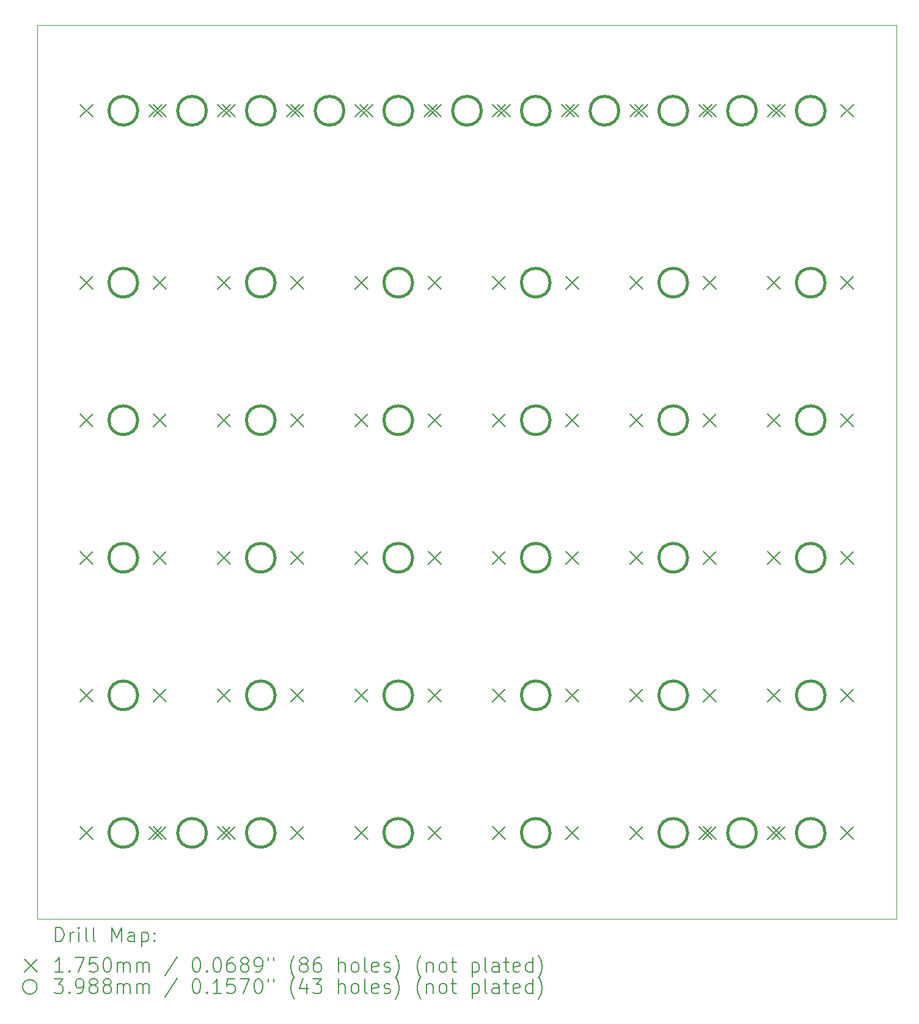
<source format=gbr>
%TF.GenerationSoftware,KiCad,Pcbnew,(6.0.9)*%
%TF.CreationDate,2022-12-06T20:11:09+01:00*%
%TF.ProjectId,tekskey-rounded-half,74656b73-6b65-4792-9d72-6f756e646564,rev?*%
%TF.SameCoordinates,Original*%
%TF.FileFunction,Drillmap*%
%TF.FilePolarity,Positive*%
%FSLAX45Y45*%
G04 Gerber Fmt 4.5, Leading zero omitted, Abs format (unit mm)*
G04 Created by KiCad (PCBNEW (6.0.9)) date 2022-12-06 20:11:09*
%MOMM*%
%LPD*%
G01*
G04 APERTURE LIST*
%ADD10C,0.100000*%
%ADD11C,0.200000*%
%ADD12C,0.175000*%
%ADD13C,0.398780*%
G04 APERTURE END LIST*
D10*
X4336320Y-3897806D02*
X16242570Y-3897806D01*
X16242570Y-3897806D02*
X16242570Y-16280306D01*
X16242570Y-16280306D02*
X4336320Y-16280306D01*
X4336320Y-16280306D02*
X4336320Y-3897806D01*
D11*
D12*
X4930970Y-4998840D02*
X5105970Y-5173840D01*
X5105970Y-4998840D02*
X4930970Y-5173840D01*
X4930970Y-7380090D02*
X5105970Y-7555090D01*
X5105970Y-7380090D02*
X4930970Y-7555090D01*
X4930970Y-9285090D02*
X5105970Y-9460090D01*
X5105970Y-9285090D02*
X4930970Y-9460090D01*
X4930970Y-11190090D02*
X5105970Y-11365090D01*
X5105970Y-11190090D02*
X4930970Y-11365090D01*
X4930970Y-13095090D02*
X5105970Y-13270090D01*
X5105970Y-13095090D02*
X4930970Y-13270090D01*
X4930970Y-15000090D02*
X5105970Y-15175090D01*
X5105970Y-15000090D02*
X4930970Y-15175090D01*
X5883470Y-4998840D02*
X6058470Y-5173840D01*
X6058470Y-4998840D02*
X5883470Y-5173840D01*
X5883470Y-15000090D02*
X6058470Y-15175090D01*
X6058470Y-15000090D02*
X5883470Y-15175090D01*
X5946970Y-4998840D02*
X6121970Y-5173840D01*
X6121970Y-4998840D02*
X5946970Y-5173840D01*
X5946970Y-7380090D02*
X6121970Y-7555090D01*
X6121970Y-7380090D02*
X5946970Y-7555090D01*
X5946970Y-9285090D02*
X6121970Y-9460090D01*
X6121970Y-9285090D02*
X5946970Y-9460090D01*
X5946970Y-11190090D02*
X6121970Y-11365090D01*
X6121970Y-11190090D02*
X5946970Y-11365090D01*
X5946970Y-13095090D02*
X6121970Y-13270090D01*
X6121970Y-13095090D02*
X5946970Y-13270090D01*
X5946970Y-15000090D02*
X6121970Y-15175090D01*
X6121970Y-15000090D02*
X5946970Y-15175090D01*
X6835970Y-4998840D02*
X7010970Y-5173840D01*
X7010970Y-4998840D02*
X6835970Y-5173840D01*
X6835970Y-7380090D02*
X7010970Y-7555090D01*
X7010970Y-7380090D02*
X6835970Y-7555090D01*
X6835970Y-9285090D02*
X7010970Y-9460090D01*
X7010970Y-9285090D02*
X6835970Y-9460090D01*
X6835970Y-11190090D02*
X7010970Y-11365090D01*
X7010970Y-11190090D02*
X6835970Y-11365090D01*
X6835970Y-13095090D02*
X7010970Y-13270090D01*
X7010970Y-13095090D02*
X6835970Y-13270090D01*
X6835970Y-15000090D02*
X7010970Y-15175090D01*
X7010970Y-15000090D02*
X6835970Y-15175090D01*
X6899470Y-4998840D02*
X7074470Y-5173840D01*
X7074470Y-4998840D02*
X6899470Y-5173840D01*
X6899470Y-15000090D02*
X7074470Y-15175090D01*
X7074470Y-15000090D02*
X6899470Y-15175090D01*
X7788470Y-4998840D02*
X7963470Y-5173840D01*
X7963470Y-4998840D02*
X7788470Y-5173840D01*
X7851970Y-4998840D02*
X8026970Y-5173840D01*
X8026970Y-4998840D02*
X7851970Y-5173840D01*
X7851970Y-7380090D02*
X8026970Y-7555090D01*
X8026970Y-7380090D02*
X7851970Y-7555090D01*
X7851970Y-9285090D02*
X8026970Y-9460090D01*
X8026970Y-9285090D02*
X7851970Y-9460090D01*
X7851970Y-11190090D02*
X8026970Y-11365090D01*
X8026970Y-11190090D02*
X7851970Y-11365090D01*
X7851970Y-13095090D02*
X8026970Y-13270090D01*
X8026970Y-13095090D02*
X7851970Y-13270090D01*
X7851970Y-15000090D02*
X8026970Y-15175090D01*
X8026970Y-15000090D02*
X7851970Y-15175090D01*
X8740970Y-4998840D02*
X8915970Y-5173840D01*
X8915970Y-4998840D02*
X8740970Y-5173840D01*
X8740970Y-7380090D02*
X8915970Y-7555090D01*
X8915970Y-7380090D02*
X8740970Y-7555090D01*
X8740970Y-9285090D02*
X8915970Y-9460090D01*
X8915970Y-9285090D02*
X8740970Y-9460090D01*
X8740970Y-11190090D02*
X8915970Y-11365090D01*
X8915970Y-11190090D02*
X8740970Y-11365090D01*
X8740970Y-13095090D02*
X8915970Y-13270090D01*
X8915970Y-13095090D02*
X8740970Y-13270090D01*
X8740970Y-15000090D02*
X8915970Y-15175090D01*
X8915970Y-15000090D02*
X8740970Y-15175090D01*
X8804470Y-4998840D02*
X8979470Y-5173840D01*
X8979470Y-4998840D02*
X8804470Y-5173840D01*
X9693470Y-4998840D02*
X9868470Y-5173840D01*
X9868470Y-4998840D02*
X9693470Y-5173840D01*
X9756970Y-4998840D02*
X9931970Y-5173840D01*
X9931970Y-4998840D02*
X9756970Y-5173840D01*
X9756970Y-7380090D02*
X9931970Y-7555090D01*
X9931970Y-7380090D02*
X9756970Y-7555090D01*
X9756970Y-9285090D02*
X9931970Y-9460090D01*
X9931970Y-9285090D02*
X9756970Y-9460090D01*
X9756970Y-11190090D02*
X9931970Y-11365090D01*
X9931970Y-11190090D02*
X9756970Y-11365090D01*
X9756970Y-13095090D02*
X9931970Y-13270090D01*
X9931970Y-13095090D02*
X9756970Y-13270090D01*
X9756970Y-15000090D02*
X9931970Y-15175090D01*
X9931970Y-15000090D02*
X9756970Y-15175090D01*
X10645970Y-4998840D02*
X10820970Y-5173840D01*
X10820970Y-4998840D02*
X10645970Y-5173840D01*
X10645970Y-7380090D02*
X10820970Y-7555090D01*
X10820970Y-7380090D02*
X10645970Y-7555090D01*
X10645970Y-9285090D02*
X10820970Y-9460090D01*
X10820970Y-9285090D02*
X10645970Y-9460090D01*
X10645970Y-11190090D02*
X10820970Y-11365090D01*
X10820970Y-11190090D02*
X10645970Y-11365090D01*
X10645970Y-13095090D02*
X10820970Y-13270090D01*
X10820970Y-13095090D02*
X10645970Y-13270090D01*
X10645970Y-15000090D02*
X10820970Y-15175090D01*
X10820970Y-15000090D02*
X10645970Y-15175090D01*
X10709470Y-4998840D02*
X10884470Y-5173840D01*
X10884470Y-4998840D02*
X10709470Y-5173840D01*
X11598470Y-4998840D02*
X11773470Y-5173840D01*
X11773470Y-4998840D02*
X11598470Y-5173840D01*
X11661970Y-4998840D02*
X11836970Y-5173840D01*
X11836970Y-4998840D02*
X11661970Y-5173840D01*
X11661970Y-7380090D02*
X11836970Y-7555090D01*
X11836970Y-7380090D02*
X11661970Y-7555090D01*
X11661970Y-9285090D02*
X11836970Y-9460090D01*
X11836970Y-9285090D02*
X11661970Y-9460090D01*
X11661970Y-11190090D02*
X11836970Y-11365090D01*
X11836970Y-11190090D02*
X11661970Y-11365090D01*
X11661970Y-13095090D02*
X11836970Y-13270090D01*
X11836970Y-13095090D02*
X11661970Y-13270090D01*
X11661970Y-15000090D02*
X11836970Y-15175090D01*
X11836970Y-15000090D02*
X11661970Y-15175090D01*
X12550970Y-4998840D02*
X12725970Y-5173840D01*
X12725970Y-4998840D02*
X12550970Y-5173840D01*
X12550970Y-7380090D02*
X12725970Y-7555090D01*
X12725970Y-7380090D02*
X12550970Y-7555090D01*
X12550970Y-9285090D02*
X12725970Y-9460090D01*
X12725970Y-9285090D02*
X12550970Y-9460090D01*
X12550970Y-11190090D02*
X12725970Y-11365090D01*
X12725970Y-11190090D02*
X12550970Y-11365090D01*
X12550970Y-13095090D02*
X12725970Y-13270090D01*
X12725970Y-13095090D02*
X12550970Y-13270090D01*
X12550970Y-15000090D02*
X12725970Y-15175090D01*
X12725970Y-15000090D02*
X12550970Y-15175090D01*
X12614470Y-4998840D02*
X12789470Y-5173840D01*
X12789470Y-4998840D02*
X12614470Y-5173840D01*
X13503470Y-4998840D02*
X13678470Y-5173840D01*
X13678470Y-4998840D02*
X13503470Y-5173840D01*
X13503470Y-15000090D02*
X13678470Y-15175090D01*
X13678470Y-15000090D02*
X13503470Y-15175090D01*
X13566970Y-4998840D02*
X13741970Y-5173840D01*
X13741970Y-4998840D02*
X13566970Y-5173840D01*
X13566970Y-7380090D02*
X13741970Y-7555090D01*
X13741970Y-7380090D02*
X13566970Y-7555090D01*
X13566970Y-9285090D02*
X13741970Y-9460090D01*
X13741970Y-9285090D02*
X13566970Y-9460090D01*
X13566970Y-11190090D02*
X13741970Y-11365090D01*
X13741970Y-11190090D02*
X13566970Y-11365090D01*
X13566970Y-13095090D02*
X13741970Y-13270090D01*
X13741970Y-13095090D02*
X13566970Y-13270090D01*
X13566970Y-15000090D02*
X13741970Y-15175090D01*
X13741970Y-15000090D02*
X13566970Y-15175090D01*
X14455970Y-4998840D02*
X14630970Y-5173840D01*
X14630970Y-4998840D02*
X14455970Y-5173840D01*
X14455970Y-7380090D02*
X14630970Y-7555090D01*
X14630970Y-7380090D02*
X14455970Y-7555090D01*
X14455970Y-9285090D02*
X14630970Y-9460090D01*
X14630970Y-9285090D02*
X14455970Y-9460090D01*
X14455970Y-11190090D02*
X14630970Y-11365090D01*
X14630970Y-11190090D02*
X14455970Y-11365090D01*
X14455970Y-13095090D02*
X14630970Y-13270090D01*
X14630970Y-13095090D02*
X14455970Y-13270090D01*
X14455970Y-15000090D02*
X14630970Y-15175090D01*
X14630970Y-15000090D02*
X14455970Y-15175090D01*
X14519470Y-4998840D02*
X14694470Y-5173840D01*
X14694470Y-4998840D02*
X14519470Y-5173840D01*
X14519470Y-15000090D02*
X14694470Y-15175090D01*
X14694470Y-15000090D02*
X14519470Y-15175090D01*
X15471970Y-4998840D02*
X15646970Y-5173840D01*
X15646970Y-4998840D02*
X15471970Y-5173840D01*
X15471970Y-7380090D02*
X15646970Y-7555090D01*
X15646970Y-7380090D02*
X15471970Y-7555090D01*
X15471970Y-9285090D02*
X15646970Y-9460090D01*
X15646970Y-9285090D02*
X15471970Y-9460090D01*
X15471970Y-11190090D02*
X15646970Y-11365090D01*
X15646970Y-11190090D02*
X15471970Y-11365090D01*
X15471970Y-13095090D02*
X15646970Y-13270090D01*
X15646970Y-13095090D02*
X15471970Y-13270090D01*
X15471970Y-15000090D02*
X15646970Y-15175090D01*
X15646970Y-15000090D02*
X15471970Y-15175090D01*
D13*
X5725860Y-5086340D02*
G75*
G03*
X5725860Y-5086340I-199390J0D01*
G01*
X5725860Y-7467590D02*
G75*
G03*
X5725860Y-7467590I-199390J0D01*
G01*
X5725860Y-9372590D02*
G75*
G03*
X5725860Y-9372590I-199390J0D01*
G01*
X5725860Y-11277590D02*
G75*
G03*
X5725860Y-11277590I-199390J0D01*
G01*
X5725860Y-13182590D02*
G75*
G03*
X5725860Y-13182590I-199390J0D01*
G01*
X5725860Y-15087590D02*
G75*
G03*
X5725860Y-15087590I-199390J0D01*
G01*
X6678360Y-5086340D02*
G75*
G03*
X6678360Y-5086340I-199390J0D01*
G01*
X6678360Y-15087590D02*
G75*
G03*
X6678360Y-15087590I-199390J0D01*
G01*
X7630860Y-5086340D02*
G75*
G03*
X7630860Y-5086340I-199390J0D01*
G01*
X7630860Y-7467590D02*
G75*
G03*
X7630860Y-7467590I-199390J0D01*
G01*
X7630860Y-9372590D02*
G75*
G03*
X7630860Y-9372590I-199390J0D01*
G01*
X7630860Y-11277590D02*
G75*
G03*
X7630860Y-11277590I-199390J0D01*
G01*
X7630860Y-13182590D02*
G75*
G03*
X7630860Y-13182590I-199390J0D01*
G01*
X7630860Y-15087590D02*
G75*
G03*
X7630860Y-15087590I-199390J0D01*
G01*
X8583360Y-5086340D02*
G75*
G03*
X8583360Y-5086340I-199390J0D01*
G01*
X9535860Y-5086340D02*
G75*
G03*
X9535860Y-5086340I-199390J0D01*
G01*
X9535860Y-7467590D02*
G75*
G03*
X9535860Y-7467590I-199390J0D01*
G01*
X9535860Y-9372590D02*
G75*
G03*
X9535860Y-9372590I-199390J0D01*
G01*
X9535860Y-11277590D02*
G75*
G03*
X9535860Y-11277590I-199390J0D01*
G01*
X9535860Y-13182590D02*
G75*
G03*
X9535860Y-13182590I-199390J0D01*
G01*
X9535860Y-15087590D02*
G75*
G03*
X9535860Y-15087590I-199390J0D01*
G01*
X10488360Y-5086340D02*
G75*
G03*
X10488360Y-5086340I-199390J0D01*
G01*
X11440860Y-5086340D02*
G75*
G03*
X11440860Y-5086340I-199390J0D01*
G01*
X11440860Y-7467590D02*
G75*
G03*
X11440860Y-7467590I-199390J0D01*
G01*
X11440860Y-9372590D02*
G75*
G03*
X11440860Y-9372590I-199390J0D01*
G01*
X11440860Y-11277590D02*
G75*
G03*
X11440860Y-11277590I-199390J0D01*
G01*
X11440860Y-13182590D02*
G75*
G03*
X11440860Y-13182590I-199390J0D01*
G01*
X11440860Y-15087590D02*
G75*
G03*
X11440860Y-15087590I-199390J0D01*
G01*
X12393360Y-5086340D02*
G75*
G03*
X12393360Y-5086340I-199390J0D01*
G01*
X13345860Y-5086340D02*
G75*
G03*
X13345860Y-5086340I-199390J0D01*
G01*
X13345860Y-7467590D02*
G75*
G03*
X13345860Y-7467590I-199390J0D01*
G01*
X13345860Y-9372590D02*
G75*
G03*
X13345860Y-9372590I-199390J0D01*
G01*
X13345860Y-11277590D02*
G75*
G03*
X13345860Y-11277590I-199390J0D01*
G01*
X13345860Y-13182590D02*
G75*
G03*
X13345860Y-13182590I-199390J0D01*
G01*
X13345860Y-15087590D02*
G75*
G03*
X13345860Y-15087590I-199390J0D01*
G01*
X14298360Y-5086340D02*
G75*
G03*
X14298360Y-5086340I-199390J0D01*
G01*
X14298360Y-15087590D02*
G75*
G03*
X14298360Y-15087590I-199390J0D01*
G01*
X15250860Y-5086340D02*
G75*
G03*
X15250860Y-5086340I-199390J0D01*
G01*
X15250860Y-7467590D02*
G75*
G03*
X15250860Y-7467590I-199390J0D01*
G01*
X15250860Y-9372590D02*
G75*
G03*
X15250860Y-9372590I-199390J0D01*
G01*
X15250860Y-11277590D02*
G75*
G03*
X15250860Y-11277590I-199390J0D01*
G01*
X15250860Y-13182590D02*
G75*
G03*
X15250860Y-13182590I-199390J0D01*
G01*
X15250860Y-15087590D02*
G75*
G03*
X15250860Y-15087590I-199390J0D01*
G01*
D11*
X4588939Y-16595782D02*
X4588939Y-16395782D01*
X4636558Y-16395782D01*
X4665130Y-16405306D01*
X4684177Y-16424354D01*
X4693701Y-16443401D01*
X4703225Y-16481496D01*
X4703225Y-16510068D01*
X4693701Y-16548163D01*
X4684177Y-16567211D01*
X4665130Y-16586258D01*
X4636558Y-16595782D01*
X4588939Y-16595782D01*
X4788939Y-16595782D02*
X4788939Y-16462449D01*
X4788939Y-16500544D02*
X4798463Y-16481496D01*
X4807987Y-16471973D01*
X4827034Y-16462449D01*
X4846082Y-16462449D01*
X4912749Y-16595782D02*
X4912749Y-16462449D01*
X4912749Y-16395782D02*
X4903225Y-16405306D01*
X4912749Y-16414830D01*
X4922273Y-16405306D01*
X4912749Y-16395782D01*
X4912749Y-16414830D01*
X5036558Y-16595782D02*
X5017511Y-16586258D01*
X5007987Y-16567211D01*
X5007987Y-16395782D01*
X5141320Y-16595782D02*
X5122273Y-16586258D01*
X5112749Y-16567211D01*
X5112749Y-16395782D01*
X5369892Y-16595782D02*
X5369892Y-16395782D01*
X5436558Y-16538639D01*
X5503225Y-16395782D01*
X5503225Y-16595782D01*
X5684177Y-16595782D02*
X5684177Y-16491020D01*
X5674653Y-16471973D01*
X5655606Y-16462449D01*
X5617511Y-16462449D01*
X5598463Y-16471973D01*
X5684177Y-16586258D02*
X5665130Y-16595782D01*
X5617511Y-16595782D01*
X5598463Y-16586258D01*
X5588939Y-16567211D01*
X5588939Y-16548163D01*
X5598463Y-16529115D01*
X5617511Y-16519592D01*
X5665130Y-16519592D01*
X5684177Y-16510068D01*
X5779415Y-16462449D02*
X5779415Y-16662449D01*
X5779415Y-16471973D02*
X5798463Y-16462449D01*
X5836558Y-16462449D01*
X5855606Y-16471973D01*
X5865130Y-16481496D01*
X5874653Y-16500544D01*
X5874653Y-16557687D01*
X5865130Y-16576734D01*
X5855606Y-16586258D01*
X5836558Y-16595782D01*
X5798463Y-16595782D01*
X5779415Y-16586258D01*
X5960368Y-16576734D02*
X5969892Y-16586258D01*
X5960368Y-16595782D01*
X5950844Y-16586258D01*
X5960368Y-16576734D01*
X5960368Y-16595782D01*
X5960368Y-16471973D02*
X5969892Y-16481496D01*
X5960368Y-16491020D01*
X5950844Y-16481496D01*
X5960368Y-16471973D01*
X5960368Y-16491020D01*
D12*
X4156320Y-16837806D02*
X4331320Y-17012806D01*
X4331320Y-16837806D02*
X4156320Y-17012806D01*
D11*
X4693701Y-17015782D02*
X4579415Y-17015782D01*
X4636558Y-17015782D02*
X4636558Y-16815782D01*
X4617511Y-16844354D01*
X4598463Y-16863401D01*
X4579415Y-16872925D01*
X4779415Y-16996735D02*
X4788939Y-17006258D01*
X4779415Y-17015782D01*
X4769892Y-17006258D01*
X4779415Y-16996735D01*
X4779415Y-17015782D01*
X4855606Y-16815782D02*
X4988939Y-16815782D01*
X4903225Y-17015782D01*
X5160368Y-16815782D02*
X5065130Y-16815782D01*
X5055606Y-16911020D01*
X5065130Y-16901496D01*
X5084177Y-16891973D01*
X5131796Y-16891973D01*
X5150844Y-16901496D01*
X5160368Y-16911020D01*
X5169892Y-16930068D01*
X5169892Y-16977687D01*
X5160368Y-16996735D01*
X5150844Y-17006258D01*
X5131796Y-17015782D01*
X5084177Y-17015782D01*
X5065130Y-17006258D01*
X5055606Y-16996735D01*
X5293701Y-16815782D02*
X5312749Y-16815782D01*
X5331796Y-16825306D01*
X5341320Y-16834830D01*
X5350844Y-16853877D01*
X5360368Y-16891973D01*
X5360368Y-16939592D01*
X5350844Y-16977687D01*
X5341320Y-16996735D01*
X5331796Y-17006258D01*
X5312749Y-17015782D01*
X5293701Y-17015782D01*
X5274654Y-17006258D01*
X5265130Y-16996735D01*
X5255606Y-16977687D01*
X5246082Y-16939592D01*
X5246082Y-16891973D01*
X5255606Y-16853877D01*
X5265130Y-16834830D01*
X5274654Y-16825306D01*
X5293701Y-16815782D01*
X5446082Y-17015782D02*
X5446082Y-16882449D01*
X5446082Y-16901496D02*
X5455606Y-16891973D01*
X5474654Y-16882449D01*
X5503225Y-16882449D01*
X5522273Y-16891973D01*
X5531796Y-16911020D01*
X5531796Y-17015782D01*
X5531796Y-16911020D02*
X5541320Y-16891973D01*
X5560368Y-16882449D01*
X5588939Y-16882449D01*
X5607987Y-16891973D01*
X5617511Y-16911020D01*
X5617511Y-17015782D01*
X5712749Y-17015782D02*
X5712749Y-16882449D01*
X5712749Y-16901496D02*
X5722272Y-16891973D01*
X5741320Y-16882449D01*
X5769892Y-16882449D01*
X5788939Y-16891973D01*
X5798463Y-16911020D01*
X5798463Y-17015782D01*
X5798463Y-16911020D02*
X5807987Y-16891973D01*
X5827034Y-16882449D01*
X5855606Y-16882449D01*
X5874653Y-16891973D01*
X5884177Y-16911020D01*
X5884177Y-17015782D01*
X6274653Y-16806258D02*
X6103225Y-17063401D01*
X6531796Y-16815782D02*
X6550844Y-16815782D01*
X6569892Y-16825306D01*
X6579415Y-16834830D01*
X6588939Y-16853877D01*
X6598463Y-16891973D01*
X6598463Y-16939592D01*
X6588939Y-16977687D01*
X6579415Y-16996735D01*
X6569892Y-17006258D01*
X6550844Y-17015782D01*
X6531796Y-17015782D01*
X6512749Y-17006258D01*
X6503225Y-16996735D01*
X6493701Y-16977687D01*
X6484177Y-16939592D01*
X6484177Y-16891973D01*
X6493701Y-16853877D01*
X6503225Y-16834830D01*
X6512749Y-16825306D01*
X6531796Y-16815782D01*
X6684177Y-16996735D02*
X6693701Y-17006258D01*
X6684177Y-17015782D01*
X6674653Y-17006258D01*
X6684177Y-16996735D01*
X6684177Y-17015782D01*
X6817511Y-16815782D02*
X6836558Y-16815782D01*
X6855606Y-16825306D01*
X6865130Y-16834830D01*
X6874653Y-16853877D01*
X6884177Y-16891973D01*
X6884177Y-16939592D01*
X6874653Y-16977687D01*
X6865130Y-16996735D01*
X6855606Y-17006258D01*
X6836558Y-17015782D01*
X6817511Y-17015782D01*
X6798463Y-17006258D01*
X6788939Y-16996735D01*
X6779415Y-16977687D01*
X6769892Y-16939592D01*
X6769892Y-16891973D01*
X6779415Y-16853877D01*
X6788939Y-16834830D01*
X6798463Y-16825306D01*
X6817511Y-16815782D01*
X7055606Y-16815782D02*
X7017511Y-16815782D01*
X6998463Y-16825306D01*
X6988939Y-16834830D01*
X6969892Y-16863401D01*
X6960368Y-16901496D01*
X6960368Y-16977687D01*
X6969892Y-16996735D01*
X6979415Y-17006258D01*
X6998463Y-17015782D01*
X7036558Y-17015782D01*
X7055606Y-17006258D01*
X7065130Y-16996735D01*
X7074653Y-16977687D01*
X7074653Y-16930068D01*
X7065130Y-16911020D01*
X7055606Y-16901496D01*
X7036558Y-16891973D01*
X6998463Y-16891973D01*
X6979415Y-16901496D01*
X6969892Y-16911020D01*
X6960368Y-16930068D01*
X7188939Y-16901496D02*
X7169892Y-16891973D01*
X7160368Y-16882449D01*
X7150844Y-16863401D01*
X7150844Y-16853877D01*
X7160368Y-16834830D01*
X7169892Y-16825306D01*
X7188939Y-16815782D01*
X7227034Y-16815782D01*
X7246082Y-16825306D01*
X7255606Y-16834830D01*
X7265130Y-16853877D01*
X7265130Y-16863401D01*
X7255606Y-16882449D01*
X7246082Y-16891973D01*
X7227034Y-16901496D01*
X7188939Y-16901496D01*
X7169892Y-16911020D01*
X7160368Y-16920544D01*
X7150844Y-16939592D01*
X7150844Y-16977687D01*
X7160368Y-16996735D01*
X7169892Y-17006258D01*
X7188939Y-17015782D01*
X7227034Y-17015782D01*
X7246082Y-17006258D01*
X7255606Y-16996735D01*
X7265130Y-16977687D01*
X7265130Y-16939592D01*
X7255606Y-16920544D01*
X7246082Y-16911020D01*
X7227034Y-16901496D01*
X7360368Y-17015782D02*
X7398463Y-17015782D01*
X7417511Y-17006258D01*
X7427034Y-16996735D01*
X7446082Y-16968163D01*
X7455606Y-16930068D01*
X7455606Y-16853877D01*
X7446082Y-16834830D01*
X7436558Y-16825306D01*
X7417511Y-16815782D01*
X7379415Y-16815782D01*
X7360368Y-16825306D01*
X7350844Y-16834830D01*
X7341320Y-16853877D01*
X7341320Y-16901496D01*
X7350844Y-16920544D01*
X7360368Y-16930068D01*
X7379415Y-16939592D01*
X7417511Y-16939592D01*
X7436558Y-16930068D01*
X7446082Y-16920544D01*
X7455606Y-16901496D01*
X7531796Y-16815782D02*
X7531796Y-16853877D01*
X7607987Y-16815782D02*
X7607987Y-16853877D01*
X7903225Y-17091973D02*
X7893701Y-17082449D01*
X7874653Y-17053877D01*
X7865130Y-17034830D01*
X7855606Y-17006258D01*
X7846082Y-16958639D01*
X7846082Y-16920544D01*
X7855606Y-16872925D01*
X7865130Y-16844354D01*
X7874653Y-16825306D01*
X7893701Y-16796735D01*
X7903225Y-16787211D01*
X8007987Y-16901496D02*
X7988939Y-16891973D01*
X7979415Y-16882449D01*
X7969892Y-16863401D01*
X7969892Y-16853877D01*
X7979415Y-16834830D01*
X7988939Y-16825306D01*
X8007987Y-16815782D01*
X8046082Y-16815782D01*
X8065130Y-16825306D01*
X8074653Y-16834830D01*
X8084177Y-16853877D01*
X8084177Y-16863401D01*
X8074653Y-16882449D01*
X8065130Y-16891973D01*
X8046082Y-16901496D01*
X8007987Y-16901496D01*
X7988939Y-16911020D01*
X7979415Y-16920544D01*
X7969892Y-16939592D01*
X7969892Y-16977687D01*
X7979415Y-16996735D01*
X7988939Y-17006258D01*
X8007987Y-17015782D01*
X8046082Y-17015782D01*
X8065130Y-17006258D01*
X8074653Y-16996735D01*
X8084177Y-16977687D01*
X8084177Y-16939592D01*
X8074653Y-16920544D01*
X8065130Y-16911020D01*
X8046082Y-16901496D01*
X8255606Y-16815782D02*
X8217511Y-16815782D01*
X8198463Y-16825306D01*
X8188939Y-16834830D01*
X8169892Y-16863401D01*
X8160368Y-16901496D01*
X8160368Y-16977687D01*
X8169892Y-16996735D01*
X8179415Y-17006258D01*
X8198463Y-17015782D01*
X8236558Y-17015782D01*
X8255606Y-17006258D01*
X8265130Y-16996735D01*
X8274653Y-16977687D01*
X8274653Y-16930068D01*
X8265130Y-16911020D01*
X8255606Y-16901496D01*
X8236558Y-16891973D01*
X8198463Y-16891973D01*
X8179415Y-16901496D01*
X8169892Y-16911020D01*
X8160368Y-16930068D01*
X8512749Y-17015782D02*
X8512749Y-16815782D01*
X8598463Y-17015782D02*
X8598463Y-16911020D01*
X8588939Y-16891973D01*
X8569892Y-16882449D01*
X8541320Y-16882449D01*
X8522273Y-16891973D01*
X8512749Y-16901496D01*
X8722273Y-17015782D02*
X8703225Y-17006258D01*
X8693701Y-16996735D01*
X8684177Y-16977687D01*
X8684177Y-16920544D01*
X8693701Y-16901496D01*
X8703225Y-16891973D01*
X8722273Y-16882449D01*
X8750844Y-16882449D01*
X8769892Y-16891973D01*
X8779415Y-16901496D01*
X8788939Y-16920544D01*
X8788939Y-16977687D01*
X8779415Y-16996735D01*
X8769892Y-17006258D01*
X8750844Y-17015782D01*
X8722273Y-17015782D01*
X8903225Y-17015782D02*
X8884177Y-17006258D01*
X8874654Y-16987211D01*
X8874654Y-16815782D01*
X9055606Y-17006258D02*
X9036558Y-17015782D01*
X8998463Y-17015782D01*
X8979415Y-17006258D01*
X8969892Y-16987211D01*
X8969892Y-16911020D01*
X8979415Y-16891973D01*
X8998463Y-16882449D01*
X9036558Y-16882449D01*
X9055606Y-16891973D01*
X9065130Y-16911020D01*
X9065130Y-16930068D01*
X8969892Y-16949116D01*
X9141320Y-17006258D02*
X9160368Y-17015782D01*
X9198463Y-17015782D01*
X9217511Y-17006258D01*
X9227034Y-16987211D01*
X9227034Y-16977687D01*
X9217511Y-16958639D01*
X9198463Y-16949116D01*
X9169892Y-16949116D01*
X9150844Y-16939592D01*
X9141320Y-16920544D01*
X9141320Y-16911020D01*
X9150844Y-16891973D01*
X9169892Y-16882449D01*
X9198463Y-16882449D01*
X9217511Y-16891973D01*
X9293701Y-17091973D02*
X9303225Y-17082449D01*
X9322273Y-17053877D01*
X9331796Y-17034830D01*
X9341320Y-17006258D01*
X9350844Y-16958639D01*
X9350844Y-16920544D01*
X9341320Y-16872925D01*
X9331796Y-16844354D01*
X9322273Y-16825306D01*
X9303225Y-16796735D01*
X9293701Y-16787211D01*
X9655606Y-17091973D02*
X9646082Y-17082449D01*
X9627034Y-17053877D01*
X9617511Y-17034830D01*
X9607987Y-17006258D01*
X9598463Y-16958639D01*
X9598463Y-16920544D01*
X9607987Y-16872925D01*
X9617511Y-16844354D01*
X9627034Y-16825306D01*
X9646082Y-16796735D01*
X9655606Y-16787211D01*
X9731796Y-16882449D02*
X9731796Y-17015782D01*
X9731796Y-16901496D02*
X9741320Y-16891973D01*
X9760368Y-16882449D01*
X9788939Y-16882449D01*
X9807987Y-16891973D01*
X9817511Y-16911020D01*
X9817511Y-17015782D01*
X9941320Y-17015782D02*
X9922273Y-17006258D01*
X9912749Y-16996735D01*
X9903225Y-16977687D01*
X9903225Y-16920544D01*
X9912749Y-16901496D01*
X9922273Y-16891973D01*
X9941320Y-16882449D01*
X9969892Y-16882449D01*
X9988939Y-16891973D01*
X9998463Y-16901496D01*
X10007987Y-16920544D01*
X10007987Y-16977687D01*
X9998463Y-16996735D01*
X9988939Y-17006258D01*
X9969892Y-17015782D01*
X9941320Y-17015782D01*
X10065130Y-16882449D02*
X10141320Y-16882449D01*
X10093701Y-16815782D02*
X10093701Y-16987211D01*
X10103225Y-17006258D01*
X10122273Y-17015782D01*
X10141320Y-17015782D01*
X10360368Y-16882449D02*
X10360368Y-17082449D01*
X10360368Y-16891973D02*
X10379415Y-16882449D01*
X10417511Y-16882449D01*
X10436558Y-16891973D01*
X10446082Y-16901496D01*
X10455606Y-16920544D01*
X10455606Y-16977687D01*
X10446082Y-16996735D01*
X10436558Y-17006258D01*
X10417511Y-17015782D01*
X10379415Y-17015782D01*
X10360368Y-17006258D01*
X10569892Y-17015782D02*
X10550844Y-17006258D01*
X10541320Y-16987211D01*
X10541320Y-16815782D01*
X10731796Y-17015782D02*
X10731796Y-16911020D01*
X10722273Y-16891973D01*
X10703225Y-16882449D01*
X10665130Y-16882449D01*
X10646082Y-16891973D01*
X10731796Y-17006258D02*
X10712749Y-17015782D01*
X10665130Y-17015782D01*
X10646082Y-17006258D01*
X10636558Y-16987211D01*
X10636558Y-16968163D01*
X10646082Y-16949116D01*
X10665130Y-16939592D01*
X10712749Y-16939592D01*
X10731796Y-16930068D01*
X10798463Y-16882449D02*
X10874654Y-16882449D01*
X10827034Y-16815782D02*
X10827034Y-16987211D01*
X10836558Y-17006258D01*
X10855606Y-17015782D01*
X10874654Y-17015782D01*
X11017511Y-17006258D02*
X10998463Y-17015782D01*
X10960368Y-17015782D01*
X10941320Y-17006258D01*
X10931796Y-16987211D01*
X10931796Y-16911020D01*
X10941320Y-16891973D01*
X10960368Y-16882449D01*
X10998463Y-16882449D01*
X11017511Y-16891973D01*
X11027034Y-16911020D01*
X11027034Y-16930068D01*
X10931796Y-16949116D01*
X11198463Y-17015782D02*
X11198463Y-16815782D01*
X11198463Y-17006258D02*
X11179415Y-17015782D01*
X11141320Y-17015782D01*
X11122273Y-17006258D01*
X11112749Y-16996735D01*
X11103225Y-16977687D01*
X11103225Y-16920544D01*
X11112749Y-16901496D01*
X11122273Y-16891973D01*
X11141320Y-16882449D01*
X11179415Y-16882449D01*
X11198463Y-16891973D01*
X11274653Y-17091973D02*
X11284177Y-17082449D01*
X11303225Y-17053877D01*
X11312749Y-17034830D01*
X11322272Y-17006258D01*
X11331796Y-16958639D01*
X11331796Y-16920544D01*
X11322272Y-16872925D01*
X11312749Y-16844354D01*
X11303225Y-16825306D01*
X11284177Y-16796735D01*
X11274653Y-16787211D01*
X4331320Y-17220306D02*
G75*
G03*
X4331320Y-17220306I-100000J0D01*
G01*
X4569892Y-17110782D02*
X4693701Y-17110782D01*
X4627034Y-17186973D01*
X4655606Y-17186973D01*
X4674654Y-17196496D01*
X4684177Y-17206020D01*
X4693701Y-17225068D01*
X4693701Y-17272687D01*
X4684177Y-17291735D01*
X4674654Y-17301258D01*
X4655606Y-17310782D01*
X4598463Y-17310782D01*
X4579415Y-17301258D01*
X4569892Y-17291735D01*
X4779415Y-17291735D02*
X4788939Y-17301258D01*
X4779415Y-17310782D01*
X4769892Y-17301258D01*
X4779415Y-17291735D01*
X4779415Y-17310782D01*
X4884177Y-17310782D02*
X4922273Y-17310782D01*
X4941320Y-17301258D01*
X4950844Y-17291735D01*
X4969892Y-17263163D01*
X4979415Y-17225068D01*
X4979415Y-17148877D01*
X4969892Y-17129830D01*
X4960368Y-17120306D01*
X4941320Y-17110782D01*
X4903225Y-17110782D01*
X4884177Y-17120306D01*
X4874654Y-17129830D01*
X4865130Y-17148877D01*
X4865130Y-17196496D01*
X4874654Y-17215544D01*
X4884177Y-17225068D01*
X4903225Y-17234592D01*
X4941320Y-17234592D01*
X4960368Y-17225068D01*
X4969892Y-17215544D01*
X4979415Y-17196496D01*
X5093701Y-17196496D02*
X5074654Y-17186973D01*
X5065130Y-17177449D01*
X5055606Y-17158401D01*
X5055606Y-17148877D01*
X5065130Y-17129830D01*
X5074654Y-17120306D01*
X5093701Y-17110782D01*
X5131796Y-17110782D01*
X5150844Y-17120306D01*
X5160368Y-17129830D01*
X5169892Y-17148877D01*
X5169892Y-17158401D01*
X5160368Y-17177449D01*
X5150844Y-17186973D01*
X5131796Y-17196496D01*
X5093701Y-17196496D01*
X5074654Y-17206020D01*
X5065130Y-17215544D01*
X5055606Y-17234592D01*
X5055606Y-17272687D01*
X5065130Y-17291735D01*
X5074654Y-17301258D01*
X5093701Y-17310782D01*
X5131796Y-17310782D01*
X5150844Y-17301258D01*
X5160368Y-17291735D01*
X5169892Y-17272687D01*
X5169892Y-17234592D01*
X5160368Y-17215544D01*
X5150844Y-17206020D01*
X5131796Y-17196496D01*
X5284177Y-17196496D02*
X5265130Y-17186973D01*
X5255606Y-17177449D01*
X5246082Y-17158401D01*
X5246082Y-17148877D01*
X5255606Y-17129830D01*
X5265130Y-17120306D01*
X5284177Y-17110782D01*
X5322273Y-17110782D01*
X5341320Y-17120306D01*
X5350844Y-17129830D01*
X5360368Y-17148877D01*
X5360368Y-17158401D01*
X5350844Y-17177449D01*
X5341320Y-17186973D01*
X5322273Y-17196496D01*
X5284177Y-17196496D01*
X5265130Y-17206020D01*
X5255606Y-17215544D01*
X5246082Y-17234592D01*
X5246082Y-17272687D01*
X5255606Y-17291735D01*
X5265130Y-17301258D01*
X5284177Y-17310782D01*
X5322273Y-17310782D01*
X5341320Y-17301258D01*
X5350844Y-17291735D01*
X5360368Y-17272687D01*
X5360368Y-17234592D01*
X5350844Y-17215544D01*
X5341320Y-17206020D01*
X5322273Y-17196496D01*
X5446082Y-17310782D02*
X5446082Y-17177449D01*
X5446082Y-17196496D02*
X5455606Y-17186973D01*
X5474654Y-17177449D01*
X5503225Y-17177449D01*
X5522273Y-17186973D01*
X5531796Y-17206020D01*
X5531796Y-17310782D01*
X5531796Y-17206020D02*
X5541320Y-17186973D01*
X5560368Y-17177449D01*
X5588939Y-17177449D01*
X5607987Y-17186973D01*
X5617511Y-17206020D01*
X5617511Y-17310782D01*
X5712749Y-17310782D02*
X5712749Y-17177449D01*
X5712749Y-17196496D02*
X5722272Y-17186973D01*
X5741320Y-17177449D01*
X5769892Y-17177449D01*
X5788939Y-17186973D01*
X5798463Y-17206020D01*
X5798463Y-17310782D01*
X5798463Y-17206020D02*
X5807987Y-17186973D01*
X5827034Y-17177449D01*
X5855606Y-17177449D01*
X5874653Y-17186973D01*
X5884177Y-17206020D01*
X5884177Y-17310782D01*
X6274653Y-17101258D02*
X6103225Y-17358401D01*
X6531796Y-17110782D02*
X6550844Y-17110782D01*
X6569892Y-17120306D01*
X6579415Y-17129830D01*
X6588939Y-17148877D01*
X6598463Y-17186973D01*
X6598463Y-17234592D01*
X6588939Y-17272687D01*
X6579415Y-17291735D01*
X6569892Y-17301258D01*
X6550844Y-17310782D01*
X6531796Y-17310782D01*
X6512749Y-17301258D01*
X6503225Y-17291735D01*
X6493701Y-17272687D01*
X6484177Y-17234592D01*
X6484177Y-17186973D01*
X6493701Y-17148877D01*
X6503225Y-17129830D01*
X6512749Y-17120306D01*
X6531796Y-17110782D01*
X6684177Y-17291735D02*
X6693701Y-17301258D01*
X6684177Y-17310782D01*
X6674653Y-17301258D01*
X6684177Y-17291735D01*
X6684177Y-17310782D01*
X6884177Y-17310782D02*
X6769892Y-17310782D01*
X6827034Y-17310782D02*
X6827034Y-17110782D01*
X6807987Y-17139354D01*
X6788939Y-17158401D01*
X6769892Y-17167925D01*
X7065130Y-17110782D02*
X6969892Y-17110782D01*
X6960368Y-17206020D01*
X6969892Y-17196496D01*
X6988939Y-17186973D01*
X7036558Y-17186973D01*
X7055606Y-17196496D01*
X7065130Y-17206020D01*
X7074653Y-17225068D01*
X7074653Y-17272687D01*
X7065130Y-17291735D01*
X7055606Y-17301258D01*
X7036558Y-17310782D01*
X6988939Y-17310782D01*
X6969892Y-17301258D01*
X6960368Y-17291735D01*
X7141320Y-17110782D02*
X7274653Y-17110782D01*
X7188939Y-17310782D01*
X7388939Y-17110782D02*
X7407987Y-17110782D01*
X7427034Y-17120306D01*
X7436558Y-17129830D01*
X7446082Y-17148877D01*
X7455606Y-17186973D01*
X7455606Y-17234592D01*
X7446082Y-17272687D01*
X7436558Y-17291735D01*
X7427034Y-17301258D01*
X7407987Y-17310782D01*
X7388939Y-17310782D01*
X7369892Y-17301258D01*
X7360368Y-17291735D01*
X7350844Y-17272687D01*
X7341320Y-17234592D01*
X7341320Y-17186973D01*
X7350844Y-17148877D01*
X7360368Y-17129830D01*
X7369892Y-17120306D01*
X7388939Y-17110782D01*
X7531796Y-17110782D02*
X7531796Y-17148877D01*
X7607987Y-17110782D02*
X7607987Y-17148877D01*
X7903225Y-17386973D02*
X7893701Y-17377449D01*
X7874653Y-17348877D01*
X7865130Y-17329830D01*
X7855606Y-17301258D01*
X7846082Y-17253639D01*
X7846082Y-17215544D01*
X7855606Y-17167925D01*
X7865130Y-17139354D01*
X7874653Y-17120306D01*
X7893701Y-17091735D01*
X7903225Y-17082211D01*
X8065130Y-17177449D02*
X8065130Y-17310782D01*
X8017511Y-17101258D02*
X7969892Y-17244116D01*
X8093701Y-17244116D01*
X8150844Y-17110782D02*
X8274653Y-17110782D01*
X8207987Y-17186973D01*
X8236558Y-17186973D01*
X8255606Y-17196496D01*
X8265130Y-17206020D01*
X8274653Y-17225068D01*
X8274653Y-17272687D01*
X8265130Y-17291735D01*
X8255606Y-17301258D01*
X8236558Y-17310782D01*
X8179415Y-17310782D01*
X8160368Y-17301258D01*
X8150844Y-17291735D01*
X8512749Y-17310782D02*
X8512749Y-17110782D01*
X8598463Y-17310782D02*
X8598463Y-17206020D01*
X8588939Y-17186973D01*
X8569892Y-17177449D01*
X8541320Y-17177449D01*
X8522273Y-17186973D01*
X8512749Y-17196496D01*
X8722273Y-17310782D02*
X8703225Y-17301258D01*
X8693701Y-17291735D01*
X8684177Y-17272687D01*
X8684177Y-17215544D01*
X8693701Y-17196496D01*
X8703225Y-17186973D01*
X8722273Y-17177449D01*
X8750844Y-17177449D01*
X8769892Y-17186973D01*
X8779415Y-17196496D01*
X8788939Y-17215544D01*
X8788939Y-17272687D01*
X8779415Y-17291735D01*
X8769892Y-17301258D01*
X8750844Y-17310782D01*
X8722273Y-17310782D01*
X8903225Y-17310782D02*
X8884177Y-17301258D01*
X8874654Y-17282211D01*
X8874654Y-17110782D01*
X9055606Y-17301258D02*
X9036558Y-17310782D01*
X8998463Y-17310782D01*
X8979415Y-17301258D01*
X8969892Y-17282211D01*
X8969892Y-17206020D01*
X8979415Y-17186973D01*
X8998463Y-17177449D01*
X9036558Y-17177449D01*
X9055606Y-17186973D01*
X9065130Y-17206020D01*
X9065130Y-17225068D01*
X8969892Y-17244116D01*
X9141320Y-17301258D02*
X9160368Y-17310782D01*
X9198463Y-17310782D01*
X9217511Y-17301258D01*
X9227034Y-17282211D01*
X9227034Y-17272687D01*
X9217511Y-17253639D01*
X9198463Y-17244116D01*
X9169892Y-17244116D01*
X9150844Y-17234592D01*
X9141320Y-17215544D01*
X9141320Y-17206020D01*
X9150844Y-17186973D01*
X9169892Y-17177449D01*
X9198463Y-17177449D01*
X9217511Y-17186973D01*
X9293701Y-17386973D02*
X9303225Y-17377449D01*
X9322273Y-17348877D01*
X9331796Y-17329830D01*
X9341320Y-17301258D01*
X9350844Y-17253639D01*
X9350844Y-17215544D01*
X9341320Y-17167925D01*
X9331796Y-17139354D01*
X9322273Y-17120306D01*
X9303225Y-17091735D01*
X9293701Y-17082211D01*
X9655606Y-17386973D02*
X9646082Y-17377449D01*
X9627034Y-17348877D01*
X9617511Y-17329830D01*
X9607987Y-17301258D01*
X9598463Y-17253639D01*
X9598463Y-17215544D01*
X9607987Y-17167925D01*
X9617511Y-17139354D01*
X9627034Y-17120306D01*
X9646082Y-17091735D01*
X9655606Y-17082211D01*
X9731796Y-17177449D02*
X9731796Y-17310782D01*
X9731796Y-17196496D02*
X9741320Y-17186973D01*
X9760368Y-17177449D01*
X9788939Y-17177449D01*
X9807987Y-17186973D01*
X9817511Y-17206020D01*
X9817511Y-17310782D01*
X9941320Y-17310782D02*
X9922273Y-17301258D01*
X9912749Y-17291735D01*
X9903225Y-17272687D01*
X9903225Y-17215544D01*
X9912749Y-17196496D01*
X9922273Y-17186973D01*
X9941320Y-17177449D01*
X9969892Y-17177449D01*
X9988939Y-17186973D01*
X9998463Y-17196496D01*
X10007987Y-17215544D01*
X10007987Y-17272687D01*
X9998463Y-17291735D01*
X9988939Y-17301258D01*
X9969892Y-17310782D01*
X9941320Y-17310782D01*
X10065130Y-17177449D02*
X10141320Y-17177449D01*
X10093701Y-17110782D02*
X10093701Y-17282211D01*
X10103225Y-17301258D01*
X10122273Y-17310782D01*
X10141320Y-17310782D01*
X10360368Y-17177449D02*
X10360368Y-17377449D01*
X10360368Y-17186973D02*
X10379415Y-17177449D01*
X10417511Y-17177449D01*
X10436558Y-17186973D01*
X10446082Y-17196496D01*
X10455606Y-17215544D01*
X10455606Y-17272687D01*
X10446082Y-17291735D01*
X10436558Y-17301258D01*
X10417511Y-17310782D01*
X10379415Y-17310782D01*
X10360368Y-17301258D01*
X10569892Y-17310782D02*
X10550844Y-17301258D01*
X10541320Y-17282211D01*
X10541320Y-17110782D01*
X10731796Y-17310782D02*
X10731796Y-17206020D01*
X10722273Y-17186973D01*
X10703225Y-17177449D01*
X10665130Y-17177449D01*
X10646082Y-17186973D01*
X10731796Y-17301258D02*
X10712749Y-17310782D01*
X10665130Y-17310782D01*
X10646082Y-17301258D01*
X10636558Y-17282211D01*
X10636558Y-17263163D01*
X10646082Y-17244116D01*
X10665130Y-17234592D01*
X10712749Y-17234592D01*
X10731796Y-17225068D01*
X10798463Y-17177449D02*
X10874654Y-17177449D01*
X10827034Y-17110782D02*
X10827034Y-17282211D01*
X10836558Y-17301258D01*
X10855606Y-17310782D01*
X10874654Y-17310782D01*
X11017511Y-17301258D02*
X10998463Y-17310782D01*
X10960368Y-17310782D01*
X10941320Y-17301258D01*
X10931796Y-17282211D01*
X10931796Y-17206020D01*
X10941320Y-17186973D01*
X10960368Y-17177449D01*
X10998463Y-17177449D01*
X11017511Y-17186973D01*
X11027034Y-17206020D01*
X11027034Y-17225068D01*
X10931796Y-17244116D01*
X11198463Y-17310782D02*
X11198463Y-17110782D01*
X11198463Y-17301258D02*
X11179415Y-17310782D01*
X11141320Y-17310782D01*
X11122273Y-17301258D01*
X11112749Y-17291735D01*
X11103225Y-17272687D01*
X11103225Y-17215544D01*
X11112749Y-17196496D01*
X11122273Y-17186973D01*
X11141320Y-17177449D01*
X11179415Y-17177449D01*
X11198463Y-17186973D01*
X11274653Y-17386973D02*
X11284177Y-17377449D01*
X11303225Y-17348877D01*
X11312749Y-17329830D01*
X11322272Y-17301258D01*
X11331796Y-17253639D01*
X11331796Y-17215544D01*
X11322272Y-17167925D01*
X11312749Y-17139354D01*
X11303225Y-17120306D01*
X11284177Y-17091735D01*
X11274653Y-17082211D01*
M02*

</source>
